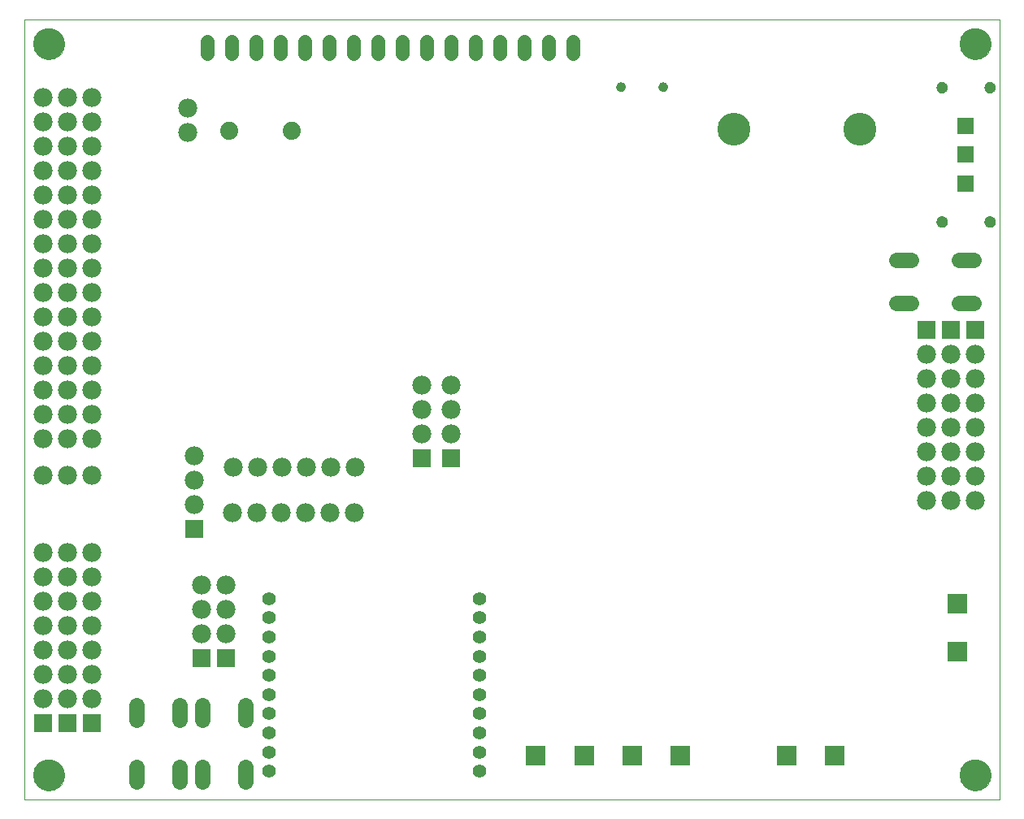
<source format=gbs>
G75*
G70*
%OFA0B0*%
%FSLAX24Y24*%
%IPPOS*%
%LPD*%
%AMOC8*
5,1,8,0,0,1.08239X$1,22.5*
%
%ADD10C,0.0000*%
%ADD11C,0.1290*%
%ADD12C,0.0555*%
%ADD13C,0.0780*%
%ADD14C,0.0640*%
%ADD15C,0.0555*%
%ADD16R,0.0780X0.0780*%
%ADD17C,0.0394*%
%ADD18C,0.1350*%
%ADD19C,0.0740*%
%ADD20R,0.0690X0.0690*%
%ADD21C,0.0473*%
%ADD22R,0.0808X0.0808*%
D10*
X000150Y001990D02*
X000150Y033990D01*
X040150Y033990D01*
X040150Y001990D01*
X000150Y001990D01*
X000525Y002990D02*
X000527Y003040D01*
X000533Y003089D01*
X000543Y003138D01*
X000556Y003185D01*
X000574Y003232D01*
X000595Y003277D01*
X000619Y003320D01*
X000647Y003361D01*
X000678Y003400D01*
X000712Y003436D01*
X000749Y003470D01*
X000789Y003500D01*
X000830Y003527D01*
X000874Y003551D01*
X000919Y003571D01*
X000966Y003587D01*
X001014Y003600D01*
X001063Y003609D01*
X001113Y003614D01*
X001162Y003615D01*
X001212Y003612D01*
X001261Y003605D01*
X001310Y003594D01*
X001357Y003580D01*
X001403Y003561D01*
X001448Y003539D01*
X001491Y003514D01*
X001531Y003485D01*
X001569Y003453D01*
X001605Y003419D01*
X001638Y003381D01*
X001667Y003341D01*
X001693Y003299D01*
X001716Y003255D01*
X001735Y003209D01*
X001751Y003162D01*
X001763Y003113D01*
X001771Y003064D01*
X001775Y003015D01*
X001775Y002965D01*
X001771Y002916D01*
X001763Y002867D01*
X001751Y002818D01*
X001735Y002771D01*
X001716Y002725D01*
X001693Y002681D01*
X001667Y002639D01*
X001638Y002599D01*
X001605Y002561D01*
X001569Y002527D01*
X001531Y002495D01*
X001491Y002466D01*
X001448Y002441D01*
X001403Y002419D01*
X001357Y002400D01*
X001310Y002386D01*
X001261Y002375D01*
X001212Y002368D01*
X001162Y002365D01*
X001113Y002366D01*
X001063Y002371D01*
X001014Y002380D01*
X000966Y002393D01*
X000919Y002409D01*
X000874Y002429D01*
X000830Y002453D01*
X000789Y002480D01*
X000749Y002510D01*
X000712Y002544D01*
X000678Y002580D01*
X000647Y002619D01*
X000619Y002660D01*
X000595Y002703D01*
X000574Y002748D01*
X000556Y002795D01*
X000543Y002842D01*
X000533Y002891D01*
X000527Y002940D01*
X000525Y002990D01*
X024427Y031230D02*
X024429Y031256D01*
X024435Y031282D01*
X024445Y031307D01*
X024458Y031330D01*
X024474Y031350D01*
X024494Y031368D01*
X024516Y031383D01*
X024539Y031395D01*
X024565Y031403D01*
X024591Y031407D01*
X024617Y031407D01*
X024643Y031403D01*
X024669Y031395D01*
X024693Y031383D01*
X024714Y031368D01*
X024734Y031350D01*
X024750Y031330D01*
X024763Y031307D01*
X024773Y031282D01*
X024779Y031256D01*
X024781Y031230D01*
X024779Y031204D01*
X024773Y031178D01*
X024763Y031153D01*
X024750Y031130D01*
X024734Y031110D01*
X024714Y031092D01*
X024692Y031077D01*
X024669Y031065D01*
X024643Y031057D01*
X024617Y031053D01*
X024591Y031053D01*
X024565Y031057D01*
X024539Y031065D01*
X024515Y031077D01*
X024494Y031092D01*
X024474Y031110D01*
X024458Y031130D01*
X024445Y031153D01*
X024435Y031178D01*
X024429Y031204D01*
X024427Y031230D01*
X026159Y031230D02*
X026161Y031256D01*
X026167Y031282D01*
X026177Y031307D01*
X026190Y031330D01*
X026206Y031350D01*
X026226Y031368D01*
X026248Y031383D01*
X026271Y031395D01*
X026297Y031403D01*
X026323Y031407D01*
X026349Y031407D01*
X026375Y031403D01*
X026401Y031395D01*
X026425Y031383D01*
X026446Y031368D01*
X026466Y031350D01*
X026482Y031330D01*
X026495Y031307D01*
X026505Y031282D01*
X026511Y031256D01*
X026513Y031230D01*
X026511Y031204D01*
X026505Y031178D01*
X026495Y031153D01*
X026482Y031130D01*
X026466Y031110D01*
X026446Y031092D01*
X026424Y031077D01*
X026401Y031065D01*
X026375Y031057D01*
X026349Y031053D01*
X026323Y031053D01*
X026297Y031057D01*
X026271Y031065D01*
X026247Y031077D01*
X026226Y031092D01*
X026206Y031110D01*
X026190Y031130D01*
X026177Y031153D01*
X026167Y031178D01*
X026161Y031204D01*
X026159Y031230D01*
X037559Y031206D02*
X037561Y031235D01*
X037567Y031263D01*
X037576Y031291D01*
X037589Y031317D01*
X037606Y031340D01*
X037625Y031362D01*
X037647Y031381D01*
X037672Y031396D01*
X037698Y031409D01*
X037726Y031417D01*
X037754Y031422D01*
X037783Y031423D01*
X037812Y031420D01*
X037840Y031413D01*
X037867Y031403D01*
X037893Y031389D01*
X037916Y031372D01*
X037937Y031352D01*
X037955Y031329D01*
X037970Y031304D01*
X037981Y031277D01*
X037989Y031249D01*
X037993Y031220D01*
X037993Y031192D01*
X037989Y031163D01*
X037981Y031135D01*
X037970Y031108D01*
X037955Y031083D01*
X037937Y031060D01*
X037916Y031040D01*
X037893Y031023D01*
X037867Y031009D01*
X037840Y030999D01*
X037812Y030992D01*
X037783Y030989D01*
X037754Y030990D01*
X037726Y030995D01*
X037698Y031003D01*
X037672Y031016D01*
X037647Y031031D01*
X037625Y031050D01*
X037606Y031072D01*
X037589Y031095D01*
X037576Y031121D01*
X037567Y031149D01*
X037561Y031177D01*
X037559Y031206D01*
X039527Y031206D02*
X039529Y031235D01*
X039535Y031263D01*
X039544Y031291D01*
X039557Y031317D01*
X039574Y031340D01*
X039593Y031362D01*
X039615Y031381D01*
X039640Y031396D01*
X039666Y031409D01*
X039694Y031417D01*
X039722Y031422D01*
X039751Y031423D01*
X039780Y031420D01*
X039808Y031413D01*
X039835Y031403D01*
X039861Y031389D01*
X039884Y031372D01*
X039905Y031352D01*
X039923Y031329D01*
X039938Y031304D01*
X039949Y031277D01*
X039957Y031249D01*
X039961Y031220D01*
X039961Y031192D01*
X039957Y031163D01*
X039949Y031135D01*
X039938Y031108D01*
X039923Y031083D01*
X039905Y031060D01*
X039884Y031040D01*
X039861Y031023D01*
X039835Y031009D01*
X039808Y030999D01*
X039780Y030992D01*
X039751Y030989D01*
X039722Y030990D01*
X039694Y030995D01*
X039666Y031003D01*
X039640Y031016D01*
X039615Y031031D01*
X039593Y031050D01*
X039574Y031072D01*
X039557Y031095D01*
X039544Y031121D01*
X039535Y031149D01*
X039529Y031177D01*
X039527Y031206D01*
X038525Y032990D02*
X038527Y033040D01*
X038533Y033089D01*
X038543Y033138D01*
X038556Y033185D01*
X038574Y033232D01*
X038595Y033277D01*
X038619Y033320D01*
X038647Y033361D01*
X038678Y033400D01*
X038712Y033436D01*
X038749Y033470D01*
X038789Y033500D01*
X038830Y033527D01*
X038874Y033551D01*
X038919Y033571D01*
X038966Y033587D01*
X039014Y033600D01*
X039063Y033609D01*
X039113Y033614D01*
X039162Y033615D01*
X039212Y033612D01*
X039261Y033605D01*
X039310Y033594D01*
X039357Y033580D01*
X039403Y033561D01*
X039448Y033539D01*
X039491Y033514D01*
X039531Y033485D01*
X039569Y033453D01*
X039605Y033419D01*
X039638Y033381D01*
X039667Y033341D01*
X039693Y033299D01*
X039716Y033255D01*
X039735Y033209D01*
X039751Y033162D01*
X039763Y033113D01*
X039771Y033064D01*
X039775Y033015D01*
X039775Y032965D01*
X039771Y032916D01*
X039763Y032867D01*
X039751Y032818D01*
X039735Y032771D01*
X039716Y032725D01*
X039693Y032681D01*
X039667Y032639D01*
X039638Y032599D01*
X039605Y032561D01*
X039569Y032527D01*
X039531Y032495D01*
X039491Y032466D01*
X039448Y032441D01*
X039403Y032419D01*
X039357Y032400D01*
X039310Y032386D01*
X039261Y032375D01*
X039212Y032368D01*
X039162Y032365D01*
X039113Y032366D01*
X039063Y032371D01*
X039014Y032380D01*
X038966Y032393D01*
X038919Y032409D01*
X038874Y032429D01*
X038830Y032453D01*
X038789Y032480D01*
X038749Y032510D01*
X038712Y032544D01*
X038678Y032580D01*
X038647Y032619D01*
X038619Y032660D01*
X038595Y032703D01*
X038574Y032748D01*
X038556Y032795D01*
X038543Y032842D01*
X038533Y032891D01*
X038527Y032940D01*
X038525Y032990D01*
X037559Y025694D02*
X037561Y025723D01*
X037567Y025751D01*
X037576Y025779D01*
X037589Y025805D01*
X037606Y025828D01*
X037625Y025850D01*
X037647Y025869D01*
X037672Y025884D01*
X037698Y025897D01*
X037726Y025905D01*
X037754Y025910D01*
X037783Y025911D01*
X037812Y025908D01*
X037840Y025901D01*
X037867Y025891D01*
X037893Y025877D01*
X037916Y025860D01*
X037937Y025840D01*
X037955Y025817D01*
X037970Y025792D01*
X037981Y025765D01*
X037989Y025737D01*
X037993Y025708D01*
X037993Y025680D01*
X037989Y025651D01*
X037981Y025623D01*
X037970Y025596D01*
X037955Y025571D01*
X037937Y025548D01*
X037916Y025528D01*
X037893Y025511D01*
X037867Y025497D01*
X037840Y025487D01*
X037812Y025480D01*
X037783Y025477D01*
X037754Y025478D01*
X037726Y025483D01*
X037698Y025491D01*
X037672Y025504D01*
X037647Y025519D01*
X037625Y025538D01*
X037606Y025560D01*
X037589Y025583D01*
X037576Y025609D01*
X037567Y025637D01*
X037561Y025665D01*
X037559Y025694D01*
X039527Y025694D02*
X039529Y025723D01*
X039535Y025751D01*
X039544Y025779D01*
X039557Y025805D01*
X039574Y025828D01*
X039593Y025850D01*
X039615Y025869D01*
X039640Y025884D01*
X039666Y025897D01*
X039694Y025905D01*
X039722Y025910D01*
X039751Y025911D01*
X039780Y025908D01*
X039808Y025901D01*
X039835Y025891D01*
X039861Y025877D01*
X039884Y025860D01*
X039905Y025840D01*
X039923Y025817D01*
X039938Y025792D01*
X039949Y025765D01*
X039957Y025737D01*
X039961Y025708D01*
X039961Y025680D01*
X039957Y025651D01*
X039949Y025623D01*
X039938Y025596D01*
X039923Y025571D01*
X039905Y025548D01*
X039884Y025528D01*
X039861Y025511D01*
X039835Y025497D01*
X039808Y025487D01*
X039780Y025480D01*
X039751Y025477D01*
X039722Y025478D01*
X039694Y025483D01*
X039666Y025491D01*
X039640Y025504D01*
X039615Y025519D01*
X039593Y025538D01*
X039574Y025560D01*
X039557Y025583D01*
X039544Y025609D01*
X039535Y025637D01*
X039529Y025665D01*
X039527Y025694D01*
X038525Y002990D02*
X038527Y003040D01*
X038533Y003089D01*
X038543Y003138D01*
X038556Y003185D01*
X038574Y003232D01*
X038595Y003277D01*
X038619Y003320D01*
X038647Y003361D01*
X038678Y003400D01*
X038712Y003436D01*
X038749Y003470D01*
X038789Y003500D01*
X038830Y003527D01*
X038874Y003551D01*
X038919Y003571D01*
X038966Y003587D01*
X039014Y003600D01*
X039063Y003609D01*
X039113Y003614D01*
X039162Y003615D01*
X039212Y003612D01*
X039261Y003605D01*
X039310Y003594D01*
X039357Y003580D01*
X039403Y003561D01*
X039448Y003539D01*
X039491Y003514D01*
X039531Y003485D01*
X039569Y003453D01*
X039605Y003419D01*
X039638Y003381D01*
X039667Y003341D01*
X039693Y003299D01*
X039716Y003255D01*
X039735Y003209D01*
X039751Y003162D01*
X039763Y003113D01*
X039771Y003064D01*
X039775Y003015D01*
X039775Y002965D01*
X039771Y002916D01*
X039763Y002867D01*
X039751Y002818D01*
X039735Y002771D01*
X039716Y002725D01*
X039693Y002681D01*
X039667Y002639D01*
X039638Y002599D01*
X039605Y002561D01*
X039569Y002527D01*
X039531Y002495D01*
X039491Y002466D01*
X039448Y002441D01*
X039403Y002419D01*
X039357Y002400D01*
X039310Y002386D01*
X039261Y002375D01*
X039212Y002368D01*
X039162Y002365D01*
X039113Y002366D01*
X039063Y002371D01*
X039014Y002380D01*
X038966Y002393D01*
X038919Y002409D01*
X038874Y002429D01*
X038830Y002453D01*
X038789Y002480D01*
X038749Y002510D01*
X038712Y002544D01*
X038678Y002580D01*
X038647Y002619D01*
X038619Y002660D01*
X038595Y002703D01*
X038574Y002748D01*
X038556Y002795D01*
X038543Y002842D01*
X038533Y002891D01*
X038527Y002940D01*
X038525Y002990D01*
X000525Y032990D02*
X000527Y033040D01*
X000533Y033089D01*
X000543Y033138D01*
X000556Y033185D01*
X000574Y033232D01*
X000595Y033277D01*
X000619Y033320D01*
X000647Y033361D01*
X000678Y033400D01*
X000712Y033436D01*
X000749Y033470D01*
X000789Y033500D01*
X000830Y033527D01*
X000874Y033551D01*
X000919Y033571D01*
X000966Y033587D01*
X001014Y033600D01*
X001063Y033609D01*
X001113Y033614D01*
X001162Y033615D01*
X001212Y033612D01*
X001261Y033605D01*
X001310Y033594D01*
X001357Y033580D01*
X001403Y033561D01*
X001448Y033539D01*
X001491Y033514D01*
X001531Y033485D01*
X001569Y033453D01*
X001605Y033419D01*
X001638Y033381D01*
X001667Y033341D01*
X001693Y033299D01*
X001716Y033255D01*
X001735Y033209D01*
X001751Y033162D01*
X001763Y033113D01*
X001771Y033064D01*
X001775Y033015D01*
X001775Y032965D01*
X001771Y032916D01*
X001763Y032867D01*
X001751Y032818D01*
X001735Y032771D01*
X001716Y032725D01*
X001693Y032681D01*
X001667Y032639D01*
X001638Y032599D01*
X001605Y032561D01*
X001569Y032527D01*
X001531Y032495D01*
X001491Y032466D01*
X001448Y032441D01*
X001403Y032419D01*
X001357Y032400D01*
X001310Y032386D01*
X001261Y032375D01*
X001212Y032368D01*
X001162Y032365D01*
X001113Y032366D01*
X001063Y032371D01*
X001014Y032380D01*
X000966Y032393D01*
X000919Y032409D01*
X000874Y032429D01*
X000830Y032453D01*
X000789Y032480D01*
X000749Y032510D01*
X000712Y032544D01*
X000678Y032580D01*
X000647Y032619D01*
X000619Y032660D01*
X000595Y032703D01*
X000574Y032748D01*
X000556Y032795D01*
X000543Y032842D01*
X000533Y032891D01*
X000527Y032940D01*
X000525Y032990D01*
D11*
X001150Y032990D03*
X001150Y002990D03*
X039150Y002990D03*
X039150Y032990D03*
D12*
X018831Y010233D03*
X018831Y009446D03*
X018831Y008658D03*
X018831Y007871D03*
X018831Y007083D03*
X018831Y006296D03*
X018831Y005509D03*
X018831Y004721D03*
X018831Y003934D03*
X018831Y003146D03*
X010169Y003146D03*
X010169Y003934D03*
X010169Y004721D03*
X010169Y005509D03*
X010169Y006296D03*
X010169Y007083D03*
X010169Y007871D03*
X010169Y008658D03*
X010169Y009446D03*
X010169Y010233D03*
D13*
X008420Y009790D03*
X007420Y009790D03*
X007420Y010790D03*
X008420Y010790D03*
X008420Y008790D03*
X007420Y008790D03*
X002930Y009130D03*
X002930Y010130D03*
X002930Y011130D03*
X002930Y012130D03*
X001930Y012130D03*
X000930Y012130D03*
X000930Y011130D03*
X001930Y011130D03*
X001930Y010130D03*
X000930Y010130D03*
X000930Y009130D03*
X001930Y009130D03*
X001930Y008130D03*
X000930Y008130D03*
X000930Y007130D03*
X001930Y007130D03*
X002930Y007130D03*
X002930Y008130D03*
X002930Y006130D03*
X001930Y006130D03*
X000930Y006130D03*
X008670Y013750D03*
X009670Y013750D03*
X010670Y013750D03*
X011670Y013750D03*
X012670Y013750D03*
X013670Y013750D03*
X013700Y015610D03*
X012700Y015610D03*
X011700Y015610D03*
X010700Y015610D03*
X009700Y015610D03*
X008700Y015610D03*
X007100Y016100D03*
X007100Y015100D03*
X007100Y014100D03*
X002930Y015290D03*
X001930Y015290D03*
X000930Y015290D03*
X000930Y016790D03*
X001930Y016790D03*
X001930Y017790D03*
X001930Y018790D03*
X000930Y018790D03*
X000930Y017790D03*
X000930Y019790D03*
X001930Y019790D03*
X001930Y020790D03*
X000930Y020790D03*
X000930Y021790D03*
X001930Y021790D03*
X001930Y022790D03*
X000930Y022790D03*
X000930Y023790D03*
X001930Y023790D03*
X001930Y024790D03*
X000930Y024790D03*
X000930Y025790D03*
X001930Y025790D03*
X001930Y026790D03*
X000930Y026790D03*
X000930Y027790D03*
X001930Y027790D03*
X001930Y028790D03*
X000930Y028790D03*
X000930Y029790D03*
X001930Y029790D03*
X001930Y030790D03*
X000930Y030790D03*
X002930Y030790D03*
X002930Y029790D03*
X002930Y028790D03*
X002930Y027790D03*
X002930Y026790D03*
X002930Y025790D03*
X002930Y024790D03*
X002930Y023790D03*
X002930Y022790D03*
X002930Y021790D03*
X002930Y020790D03*
X002930Y019790D03*
X002930Y018790D03*
X002930Y017790D03*
X002930Y016790D03*
X016450Y016990D03*
X016450Y017990D03*
X016450Y018990D03*
X017650Y018990D03*
X017650Y017990D03*
X017650Y016990D03*
X006860Y029370D03*
X006860Y030370D03*
X037150Y020250D03*
X038150Y020250D03*
X039150Y020250D03*
X039150Y019250D03*
X038150Y019250D03*
X037150Y019250D03*
X037150Y018250D03*
X038150Y018250D03*
X039150Y018250D03*
X039150Y017250D03*
X038150Y017250D03*
X037150Y017250D03*
X037150Y016250D03*
X038150Y016250D03*
X039150Y016250D03*
X039150Y015250D03*
X038150Y015250D03*
X037150Y015250D03*
X037150Y014250D03*
X038150Y014250D03*
X039150Y014250D03*
D14*
X039070Y022350D02*
X038470Y022350D01*
X038470Y024130D02*
X039070Y024130D01*
X036510Y024130D02*
X035910Y024130D01*
X035910Y022350D02*
X036510Y022350D01*
X009230Y005870D02*
X009230Y005270D01*
X007450Y005270D02*
X007450Y005870D01*
X006530Y005870D02*
X006530Y005270D01*
X004750Y005270D02*
X004750Y005870D01*
X004750Y003310D02*
X004750Y002710D01*
X006530Y002710D02*
X006530Y003310D01*
X007450Y003310D02*
X007450Y002710D01*
X009230Y002710D02*
X009230Y003310D01*
D15*
X009650Y032582D02*
X009650Y033097D01*
X008650Y033097D02*
X008650Y032582D01*
X007650Y032582D02*
X007650Y033097D01*
X010650Y033097D02*
X010650Y032582D01*
X011650Y032582D02*
X011650Y033097D01*
X012650Y033097D02*
X012650Y032582D01*
X013650Y032582D02*
X013650Y033097D01*
X014650Y033097D02*
X014650Y032582D01*
X015650Y032582D02*
X015650Y033097D01*
X016650Y033097D02*
X016650Y032582D01*
X017650Y032582D02*
X017650Y033097D01*
X018650Y033097D02*
X018650Y032582D01*
X019650Y032582D02*
X019650Y033097D01*
X020650Y033097D02*
X020650Y032582D01*
X021650Y032582D02*
X021650Y033097D01*
X022650Y033097D02*
X022650Y032582D01*
D16*
X037150Y021250D03*
X038150Y021250D03*
X039150Y021250D03*
X017650Y015990D03*
X016450Y015990D03*
X007100Y013100D03*
X007420Y007790D03*
X008420Y007790D03*
X002930Y005130D03*
X001930Y005130D03*
X000930Y005130D03*
D17*
X024604Y031230D03*
X026336Y031230D03*
D18*
X029245Y029490D03*
X034415Y029490D03*
D19*
X011120Y029430D03*
X008560Y029430D03*
D20*
X038760Y029631D03*
X038760Y028450D03*
X038760Y027269D03*
D21*
X037776Y025694D03*
X039744Y025694D03*
X039744Y031206D03*
X037776Y031206D03*
D22*
X038410Y010020D03*
X038410Y008051D03*
X033370Y003800D03*
X031401Y003800D03*
X027040Y003790D03*
X025071Y003790D03*
X023100Y003790D03*
X021131Y003790D03*
M02*

</source>
